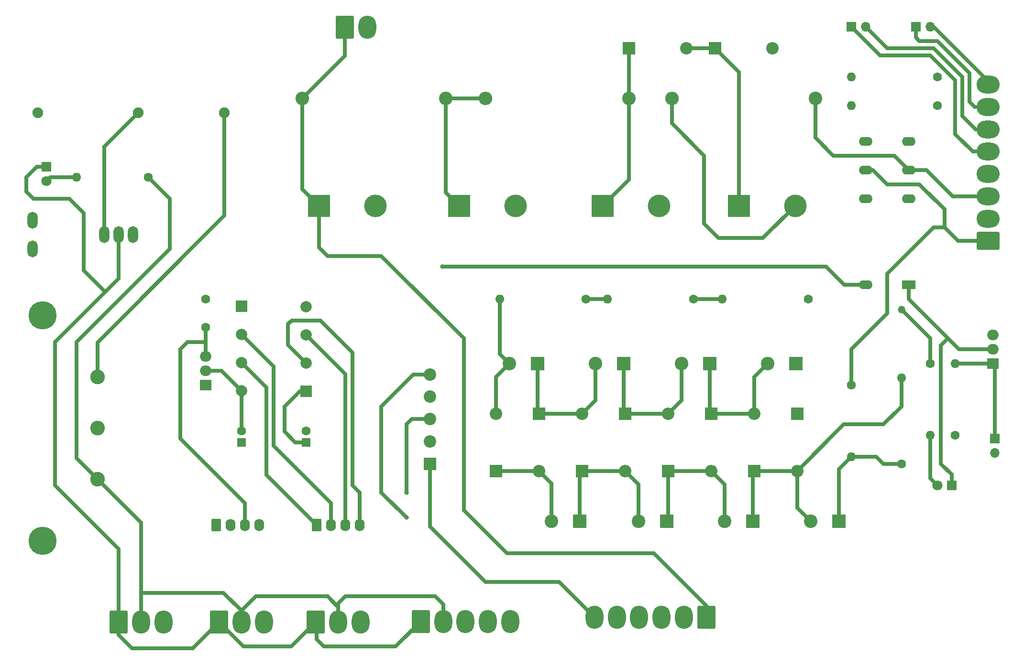
<source format=gbr>
%TF.GenerationSoftware,KiCad,Pcbnew,6.0.11-2627ca5db0~126~ubuntu22.04.1*%
%TF.CreationDate,2023-02-11T20:38:48-05:00*%
%TF.ProjectId,psu,7073752e-6b69-4636-9164-5f7063625858,rev?*%
%TF.SameCoordinates,Original*%
%TF.FileFunction,Copper,L1,Top*%
%TF.FilePolarity,Positive*%
%FSLAX46Y46*%
G04 Gerber Fmt 4.6, Leading zero omitted, Abs format (unit mm)*
G04 Created by KiCad (PCBNEW 6.0.11-2627ca5db0~126~ubuntu22.04.1) date 2023-02-11 20:38:48*
%MOMM*%
%LPD*%
G01*
G04 APERTURE LIST*
G04 Aperture macros list*
%AMRoundRect*
0 Rectangle with rounded corners*
0 $1 Rounding radius*
0 $2 $3 $4 $5 $6 $7 $8 $9 X,Y pos of 4 corners*
0 Add a 4 corners polygon primitive as box body*
4,1,4,$2,$3,$4,$5,$6,$7,$8,$9,$2,$3,0*
0 Add four circle primitives for the rounded corners*
1,1,$1+$1,$2,$3*
1,1,$1+$1,$4,$5*
1,1,$1+$1,$6,$7*
1,1,$1+$1,$8,$9*
0 Add four rect primitives between the rounded corners*
20,1,$1+$1,$2,$3,$4,$5,0*
20,1,$1+$1,$4,$5,$6,$7,0*
20,1,$1+$1,$6,$7,$8,$9,0*
20,1,$1+$1,$8,$9,$2,$3,0*%
G04 Aperture macros list end*
%TA.AperFunction,ComponentPad*%
%ADD10O,1.600000X1.600000*%
%TD*%
%TA.AperFunction,ComponentPad*%
%ADD11C,1.600000*%
%TD*%
%TA.AperFunction,ComponentPad*%
%ADD12R,1.800000X1.800000*%
%TD*%
%TA.AperFunction,ComponentPad*%
%ADD13C,1.800000*%
%TD*%
%TA.AperFunction,ComponentPad*%
%ADD14RoundRect,0.250000X-1.330000X-1.800000X1.330000X-1.800000X1.330000X1.800000X-1.330000X1.800000X0*%
%TD*%
%TA.AperFunction,ComponentPad*%
%ADD15O,3.160000X4.100000*%
%TD*%
%TA.AperFunction,ComponentPad*%
%ADD16R,2.400000X2.400000*%
%TD*%
%TA.AperFunction,ComponentPad*%
%ADD17C,2.400000*%
%TD*%
%TA.AperFunction,ComponentPad*%
%ADD18R,2.200000X2.200000*%
%TD*%
%TA.AperFunction,ComponentPad*%
%ADD19O,2.200000X2.200000*%
%TD*%
%TA.AperFunction,ComponentPad*%
%ADD20C,1.905000*%
%TD*%
%TA.AperFunction,ComponentPad*%
%ADD21R,2.000000X1.905000*%
%TD*%
%TA.AperFunction,ComponentPad*%
%ADD22O,2.000000X1.905000*%
%TD*%
%TA.AperFunction,ComponentPad*%
%ADD23R,2.000000X2.000000*%
%TD*%
%TA.AperFunction,ComponentPad*%
%ADD24C,2.000000*%
%TD*%
%TA.AperFunction,ComponentPad*%
%ADD25R,1.600000X1.600000*%
%TD*%
%TA.AperFunction,ComponentPad*%
%ADD26R,4.000000X4.000000*%
%TD*%
%TA.AperFunction,ComponentPad*%
%ADD27C,4.000000*%
%TD*%
%TA.AperFunction,ComponentPad*%
%ADD28O,2.400000X2.400000*%
%TD*%
%TA.AperFunction,ComponentPad*%
%ADD29RoundRect,0.250000X-0.620000X-0.845000X0.620000X-0.845000X0.620000X0.845000X-0.620000X0.845000X0*%
%TD*%
%TA.AperFunction,ComponentPad*%
%ADD30O,1.740000X2.190000*%
%TD*%
%TA.AperFunction,ComponentPad*%
%ADD31C,2.600000*%
%TD*%
%TA.AperFunction,ComponentPad*%
%ADD32C,5.000000*%
%TD*%
%TA.AperFunction,ComponentPad*%
%ADD33RoundRect,0.250000X1.800000X-1.330000X1.800000X1.330000X-1.800000X1.330000X-1.800000X-1.330000X0*%
%TD*%
%TA.AperFunction,ComponentPad*%
%ADD34O,4.100000X3.160000*%
%TD*%
%TA.AperFunction,ComponentPad*%
%ADD35RoundRect,0.250000X1.330000X1.800000X-1.330000X1.800000X-1.330000X-1.800000X1.330000X-1.800000X0*%
%TD*%
%TA.AperFunction,ComponentPad*%
%ADD36R,1.700000X1.700000*%
%TD*%
%TA.AperFunction,ComponentPad*%
%ADD37O,1.700000X1.700000*%
%TD*%
%TA.AperFunction,ComponentPad*%
%ADD38C,2.200000*%
%TD*%
%TA.AperFunction,ComponentPad*%
%ADD39R,2.400000X1.600000*%
%TD*%
%TA.AperFunction,ComponentPad*%
%ADD40O,2.400000X1.600000*%
%TD*%
%TA.AperFunction,ComponentPad*%
%ADD41O,1.800000X3.000000*%
%TD*%
%TA.AperFunction,ViaPad*%
%ADD42C,1.320800*%
%TD*%
%TA.AperFunction,ViaPad*%
%ADD43C,0.800000*%
%TD*%
%TA.AperFunction,Conductor*%
%ADD44C,0.635000*%
%TD*%
G04 APERTURE END LIST*
D10*
%TO.P,R13,2*%
%TO.N,Net-(D12-Pad2)*%
X187960000Y-101600000D03*
D11*
%TO.P,R13,1*%
%TO.N,+12V*%
X187960000Y-88900000D03*
%TD*%
D12*
%TO.P,D12,1,K*%
%TO.N,Net-(K1-Pad1)*%
X191775000Y-110490000D03*
D13*
%TO.P,D12,2,A*%
%TO.N,Net-(D12-Pad2)*%
X189235000Y-110490000D03*
%TD*%
D14*
%TO.P,J5,1,Pin_1*%
%TO.N,/SW_ACL*%
X44300000Y-134725000D03*
D15*
%TO.P,J5,2,Pin_2*%
%TO.N,/ACN*%
X48260000Y-134725000D03*
%TO.P,J5,3,Pin_3*%
%TO.N,GND*%
X52220000Y-134725000D03*
%TD*%
D14*
%TO.P,J3,1,Pin_1*%
%TO.N,/+360*%
X84380000Y-29315000D03*
D15*
%TO.P,J3,2,Pin_2*%
%TO.N,GND*%
X88340000Y-29315000D03*
%TD*%
D16*
%TO.P,C8,1*%
%TO.N,Net-(C6-Pad2)*%
X133680000Y-88900000D03*
D17*
%TO.P,C8,2*%
%TO.N,/S5*%
X128680000Y-88900000D03*
%TD*%
D18*
%TO.P,D2,1,K*%
%TO.N,Net-(C2-Pad1)*%
X149860000Y-33020000D03*
D19*
%TO.P,D2,2,A*%
%TO.N,GND*%
X160020000Y-33020000D03*
%TD*%
D14*
%TO.P,J8,1,Pin_1*%
%TO.N,/SW_ACL*%
X62080000Y-134725000D03*
D15*
%TO.P,J8,2,Pin_2*%
%TO.N,/ACN*%
X66040000Y-134725000D03*
%TO.P,J8,3,Pin_3*%
%TO.N,GND*%
X70000000Y-134725000D03*
%TD*%
D14*
%TO.P,J6,1,Pin_1*%
%TO.N,/SW_ACL*%
X97790000Y-134620000D03*
D15*
%TO.P,J6,2,Pin_2*%
%TO.N,/ACN*%
X101750000Y-134620000D03*
%TO.P,J6,3,Pin_3*%
%TO.N,unconnected-(J6-Pad3)*%
X105710000Y-134620000D03*
%TO.P,J6,4,Pin_4*%
%TO.N,unconnected-(J6-Pad4)*%
X109670000Y-134620000D03*
%TO.P,J6,5,Pin_5*%
%TO.N,GND*%
X113630000Y-134620000D03*
%TD*%
D11*
%TO.P,R6,1*%
%TO.N,Net-(C1-Pad1)*%
X182880000Y-106680000D03*
D10*
%TO.P,R6,2*%
%TO.N,Net-(C1-Pad2)*%
X182880000Y-91440000D03*
%TD*%
D20*
%TO.P,F1,1*%
%TO.N,Net-(F1-Pad1)*%
X63053750Y-44450000D03*
%TO.P,F1,2*%
%TO.N,Net-(F1-Pad2)*%
X47813750Y-44450000D03*
%TO.P,F1,3*%
%TO.N,N/C*%
X30033750Y-44450000D03*
%TD*%
D11*
%TO.P,R8,1*%
%TO.N,Net-(R7-Pad2)*%
X146050000Y-77470000D03*
D10*
%TO.P,R8,2*%
%TO.N,Net-(R8-Pad2)*%
X130810000Y-77470000D03*
%TD*%
D11*
%TO.P,R9,1*%
%TO.N,Net-(R8-Pad2)*%
X127000000Y-77470000D03*
D10*
%TO.P,R9,2*%
%TO.N,/S7*%
X111760000Y-77470000D03*
%TD*%
D16*
%TO.P,C5,1*%
%TO.N,Net-(C1-Pad2)*%
X156540000Y-116840000D03*
D17*
%TO.P,C5,2*%
%TO.N,Net-(C5-Pad2)*%
X151540000Y-116840000D03*
%TD*%
D11*
%TO.P,R3,1*%
%TO.N,/ACN*%
X49530000Y-55880000D03*
D10*
%TO.P,R3,2*%
%TO.N,Net-(NE1-Pad2)*%
X36830000Y-55880000D03*
%TD*%
D21*
%TO.P,U1,1,GND*%
%TO.N,GND*%
X59690000Y-92710000D03*
D22*
%TO.P,U1,2,VI*%
%TO.N,Net-(C11-Pad2)*%
X59690000Y-90170000D03*
%TO.P,U1,3,VO*%
%TO.N,-5V*%
X59690000Y-87630000D03*
%TD*%
D23*
%TO.P,D14,1,+*%
%TO.N,+12V*%
X77487500Y-93817500D03*
D24*
%TO.P,D14,2*%
%TO.N,Net-(D14-Pad2)*%
X77487500Y-88817500D03*
%TO.P,D14,3*%
%TO.N,Net-(D14-Pad3)*%
X77487500Y-83817500D03*
%TO.P,D14,4,-*%
%TO.N,GND*%
X77487500Y-78817500D03*
%TD*%
D25*
%TO.P,C11,1*%
%TO.N,GND*%
X66040000Y-102870000D03*
D11*
%TO.P,C11,2*%
%TO.N,Net-(C11-Pad2)*%
X66040000Y-100870000D03*
%TD*%
D16*
%TO.P,C10,1*%
%TO.N,/S5*%
X118440000Y-88900000D03*
D17*
%TO.P,C10,2*%
%TO.N,/S7*%
X113440000Y-88900000D03*
%TD*%
D14*
%TO.P,J13,1,Pin_1*%
%TO.N,/SW_ACL*%
X79225000Y-134725000D03*
D15*
%TO.P,J13,2,Pin_2*%
%TO.N,/ACN*%
X83185000Y-134725000D03*
%TO.P,J13,3,Pin_3*%
%TO.N,GND*%
X87145000Y-134725000D03*
%TD*%
D11*
%TO.P,C12,1*%
%TO.N,GND*%
X59690000Y-77510000D03*
%TO.P,C12,2*%
%TO.N,-5V*%
X59690000Y-82510000D03*
%TD*%
D18*
%TO.P,D3,1,K*%
%TO.N,Net-(C1-Pad2)*%
X156784785Y-107950000D03*
D19*
%TO.P,D3,2,A*%
%TO.N,Net-(C3-Pad2)*%
X156784785Y-97790000D03*
%TD*%
D26*
%TO.P,C14,1*%
%TO.N,Net-(C14-Pad1)*%
X104562169Y-60960000D03*
D27*
%TO.P,C14,2*%
%TO.N,GND*%
X114562169Y-60960000D03*
%TD*%
D18*
%TO.P,D10,1,K*%
%TO.N,/S6*%
X111064785Y-107950000D03*
D19*
%TO.P,D10,2,A*%
%TO.N,/S7*%
X111064785Y-97790000D03*
%TD*%
D11*
%TO.P,R11,1*%
%TO.N,GND*%
X189230000Y-43180000D03*
D10*
%TO.P,R11,2*%
%TO.N,Net-(K1-Pad16)*%
X173990000Y-43180000D03*
%TD*%
D18*
%TO.P,D6,1,K*%
%TO.N,Net-(C5-Pad2)*%
X141544785Y-107950000D03*
D19*
%TO.P,D6,2,A*%
%TO.N,Net-(C6-Pad2)*%
X141544785Y-97790000D03*
%TD*%
D18*
%TO.P,D1,1,K*%
%TO.N,GND*%
X164404785Y-97790000D03*
D19*
%TO.P,D1,2,A*%
%TO.N,Net-(C1-Pad2)*%
X164404785Y-107950000D03*
%TD*%
D11*
%TO.P,R10,1*%
%TO.N,GND*%
X189230000Y-38100000D03*
D10*
%TO.P,R10,2*%
%TO.N,Net-(K1-Pad7)*%
X173990000Y-38100000D03*
%TD*%
D17*
%TO.P,R4,1*%
%TO.N,Net-(C4-Pad1)*%
X134620000Y-41910000D03*
D28*
%TO.P,R4,2*%
%TO.N,Net-(C14-Pad1)*%
X109220000Y-41910000D03*
%TD*%
D29*
%TO.P,J9,1,Pin_1*%
%TO.N,+12V*%
X61595000Y-117495000D03*
D30*
%TO.P,J9,2,Pin_2*%
%TO.N,GND*%
X64135000Y-117495000D03*
%TO.P,J9,3,Pin_3*%
%TO.N,-5V*%
X66675000Y-117495000D03*
%TO.P,J9,4,Pin_4*%
%TO.N,GND*%
X69215000Y-117495000D03*
%TD*%
D21*
%TO.P,Q1,1,G*%
%TO.N,Net-(J15-Pad1)*%
X199065000Y-88900000D03*
D22*
%TO.P,Q1,2,D*%
%TO.N,Net-(K1-Pad1)*%
X199065000Y-86360000D03*
%TO.P,Q1,3,S*%
%TO.N,GND*%
X199065000Y-83820000D03*
%TD*%
D18*
%TO.P,D5,1,K*%
%TO.N,Net-(C3-Pad2)*%
X149164785Y-97790000D03*
D19*
%TO.P,D5,2,A*%
%TO.N,Net-(C5-Pad2)*%
X149164785Y-107950000D03*
%TD*%
D11*
%TO.P,R7,1*%
%TO.N,GND*%
X166370000Y-77470000D03*
D10*
%TO.P,R7,2*%
%TO.N,Net-(R7-Pad2)*%
X151130000Y-77470000D03*
%TD*%
D26*
%TO.P,C4,1*%
%TO.N,Net-(C4-Pad1)*%
X129962169Y-60960000D03*
D27*
%TO.P,C4,2*%
%TO.N,GND*%
X139962169Y-60960000D03*
%TD*%
D31*
%TO.P,J2,1,Pin_1*%
%TO.N,Net-(F1-Pad1)*%
X40560000Y-91280000D03*
%TO.P,J2,2,Pin_2*%
%TO.N,GND*%
X40560000Y-100330000D03*
%TO.P,J2,3,Pin_3*%
%TO.N,/ACN*%
X40560000Y-109380000D03*
D32*
%TO.P,J2,4,Pin_4*%
%TO.N,GND*%
X30860000Y-80330000D03*
%TO.P,J2,5,Pin_5*%
X30860000Y-120330000D03*
%TD*%
D12*
%TO.P,NE1,1*%
%TO.N,/SW_ACL*%
X31525000Y-53995000D03*
D13*
%TO.P,NE1,2*%
%TO.N,Net-(NE1-Pad2)*%
X31525000Y-56535000D03*
%TD*%
D11*
%TO.P,R12,1*%
%TO.N,GND*%
X192405000Y-101600000D03*
D10*
%TO.P,R12,2*%
%TO.N,Net-(J15-Pad1)*%
X192405000Y-88900000D03*
%TD*%
D16*
%TO.P,C3,1*%
%TO.N,GND*%
X164160000Y-88900000D03*
D17*
%TO.P,C3,2*%
%TO.N,Net-(C3-Pad2)*%
X159160000Y-88900000D03*
%TD*%
%TO.P,R2,1*%
%TO.N,/175_2A*%
X167640000Y-41910000D03*
D28*
%TO.P,R2,2*%
%TO.N,Net-(C2-Pad2)*%
X142240000Y-41910000D03*
%TD*%
D33*
%TO.P,J7,1,Pin_1*%
%TO.N,/175_1A*%
X198225000Y-67200000D03*
D34*
%TO.P,J7,2,Pin_2*%
%TO.N,GND*%
X198225000Y-63240000D03*
%TO.P,J7,3,Pin_3*%
%TO.N,/175_2A*%
X198225000Y-59280000D03*
%TO.P,J7,4,Pin_4*%
%TO.N,GND*%
X198225000Y-55320000D03*
%TO.P,J7,5,Pin_5*%
%TO.N,/6.3_1A*%
X198225000Y-51360000D03*
%TO.P,J7,6,Pin_6*%
%TO.N,/6.3_1B*%
X198225000Y-47400000D03*
%TO.P,J7,7,Pin_7*%
%TO.N,/6.3_2A*%
X198225000Y-43440000D03*
%TO.P,J7,8,Pin_8*%
%TO.N,/6.3_2B*%
X198225000Y-39480000D03*
%TD*%
D16*
%TO.P,C6,1*%
%TO.N,Net-(C3-Pad2)*%
X148920000Y-88900000D03*
D17*
%TO.P,C6,2*%
%TO.N,Net-(C6-Pad2)*%
X143920000Y-88900000D03*
%TD*%
%TO.P,R5,1*%
%TO.N,Net-(C14-Pad1)*%
X102235000Y-41910000D03*
D28*
%TO.P,R5,2*%
%TO.N,/+360*%
X76835000Y-41910000D03*
%TD*%
D16*
%TO.P,C9,1*%
%TO.N,/S4*%
X125915216Y-116840000D03*
D17*
%TO.P,C9,2*%
%TO.N,/S6*%
X120915216Y-116840000D03*
%TD*%
D25*
%TO.P,C13,1*%
%TO.N,+12V*%
X77470000Y-102870000D03*
D11*
%TO.P,C13,2*%
%TO.N,GND*%
X77470000Y-100870000D03*
%TD*%
D26*
%TO.P,C15,1*%
%TO.N,/+360*%
X79797169Y-60960000D03*
D27*
%TO.P,C15,2*%
%TO.N,GND*%
X89797169Y-60960000D03*
%TD*%
D29*
%TO.P,J10,1,Pin_1*%
%TO.N,Net-(D11-Pad3)*%
X79375000Y-117495000D03*
D30*
%TO.P,J10,2,Pin_2*%
%TO.N,Net-(D11-Pad2)*%
X81915000Y-117495000D03*
%TO.P,J10,3,Pin_3*%
%TO.N,Net-(D14-Pad3)*%
X84455000Y-117495000D03*
%TO.P,J10,4,Pin_4*%
%TO.N,Net-(D14-Pad2)*%
X86995000Y-117495000D03*
%TD*%
D35*
%TO.P,J4,1,Pin_1*%
%TO.N,/+360*%
X148330000Y-133880000D03*
D15*
%TO.P,J4,2,Pin_2*%
%TO.N,unconnected-(J4-Pad2)*%
X144370000Y-133880000D03*
%TO.P,J4,3,Pin_3*%
%TO.N,GND*%
X140410000Y-133880000D03*
%TO.P,J4,4,Pin_4*%
%TO.N,unconnected-(J4-Pad4)*%
X136450000Y-133880000D03*
%TO.P,J4,5,Pin_5*%
%TO.N,unconnected-(J4-Pad5)*%
X132490000Y-133880000D03*
%TO.P,J4,6,Pin_6*%
%TO.N,/-V_CRT*%
X128530000Y-133880000D03*
%TD*%
D36*
%TO.P,J1,1,Pin_1*%
%TO.N,/6.3_1A*%
X173990000Y-29210000D03*
D37*
%TO.P,J1,2,Pin_2*%
%TO.N,/6.3_1B*%
X176530000Y-29210000D03*
%TD*%
D26*
%TO.P,C2,1*%
%TO.N,Net-(C2-Pad1)*%
X154092169Y-60960000D03*
D27*
%TO.P,C2,2*%
%TO.N,Net-(C2-Pad2)*%
X164092169Y-60960000D03*
%TD*%
D16*
%TO.P,C7,1*%
%TO.N,Net-(C5-Pad2)*%
X141300000Y-116840000D03*
D17*
%TO.P,C7,2*%
%TO.N,/S4*%
X136300000Y-116840000D03*
%TD*%
D16*
%TO.P,C1,1*%
%TO.N,Net-(C1-Pad1)*%
X171780000Y-116840000D03*
D17*
%TO.P,C1,2*%
%TO.N,Net-(C1-Pad2)*%
X166780000Y-116840000D03*
%TD*%
D18*
%TO.P,J14,1,Pin_1*%
%TO.N,/-V_CRT*%
X99390000Y-106680000D03*
D38*
%TO.P,J14,2,Pin_2*%
%TO.N,/S7*%
X99390000Y-102720000D03*
%TO.P,J14,3,Pin_3*%
%TO.N,/S6*%
X99390000Y-98760000D03*
%TO.P,J14,4,Pin_4*%
%TO.N,/S5*%
X99390000Y-94800000D03*
%TO.P,J14,5,Pin_5*%
%TO.N,/S4*%
X99390000Y-90840000D03*
%TD*%
D39*
%TO.P,K1,1*%
%TO.N,Net-(K1-Pad1)*%
X184165000Y-74930000D03*
D40*
%TO.P,K1,7*%
%TO.N,Net-(K1-Pad7)*%
X184165000Y-59690000D03*
%TO.P,K1,9*%
%TO.N,/175_2A*%
X184165000Y-54610000D03*
%TO.P,K1,11*%
%TO.N,Net-(K1-Pad11)*%
X184165000Y-49530000D03*
%TO.P,K1,12*%
%TO.N,Net-(K1-Pad12)*%
X176545000Y-49530000D03*
%TO.P,K1,14*%
%TO.N,/175_1A*%
X176545000Y-54610000D03*
%TO.P,K1,16*%
%TO.N,Net-(K1-Pad16)*%
X176545000Y-59690000D03*
%TO.P,K1,22*%
%TO.N,+12V*%
X176545000Y-74930000D03*
%TD*%
D18*
%TO.P,D8,1,K*%
%TO.N,/S4*%
X126304785Y-107950000D03*
D19*
%TO.P,D8,2,A*%
%TO.N,/S5*%
X126304785Y-97790000D03*
%TD*%
D18*
%TO.P,D7,1,K*%
%TO.N,Net-(C6-Pad2)*%
X133924785Y-97790000D03*
D19*
%TO.P,D7,2,A*%
%TO.N,/S4*%
X133924785Y-107950000D03*
%TD*%
D18*
%TO.P,D9,1,K*%
%TO.N,/S5*%
X118684785Y-97790000D03*
D19*
%TO.P,D9,2,A*%
%TO.N,/S6*%
X118684785Y-107950000D03*
%TD*%
D11*
%TO.P,R1,1*%
%TO.N,/175_1A*%
X173990000Y-92710000D03*
D10*
%TO.P,R1,2*%
%TO.N,Net-(C1-Pad1)*%
X173990000Y-105410000D03*
%TD*%
D41*
%TO.P,SW1,1,A*%
%TO.N,Net-(F1-Pad2)*%
X41745000Y-66040000D03*
%TO.P,SW1,2,B*%
%TO.N,/SW_ACL*%
X44285000Y-66040000D03*
%TO.P,SW1,3*%
%TO.N,N/C*%
X46825000Y-66040000D03*
%TO.P,SW1,4*%
X29045000Y-63500000D03*
%TO.P,SW1,5*%
X29045000Y-68580000D03*
%TD*%
D36*
%TO.P,J12,1,Pin_1*%
%TO.N,/6.3_2A*%
X185420000Y-29210000D03*
D37*
%TO.P,J12,2,Pin_2*%
%TO.N,/6.3_2B*%
X187960000Y-29210000D03*
%TD*%
D18*
%TO.P,D4,1,K*%
%TO.N,Net-(C4-Pad1)*%
X134620000Y-33020000D03*
D19*
%TO.P,D4,2,A*%
%TO.N,Net-(C2-Pad1)*%
X144780000Y-33020000D03*
%TD*%
D23*
%TO.P,D11,1,+*%
%TO.N,GND*%
X66057500Y-78740000D03*
D24*
%TO.P,D11,2*%
%TO.N,Net-(D11-Pad2)*%
X66057500Y-83740000D03*
%TO.P,D11,3*%
%TO.N,Net-(D11-Pad3)*%
X66057500Y-88740000D03*
%TO.P,D11,4,-*%
%TO.N,Net-(C11-Pad2)*%
X66057500Y-93740000D03*
%TD*%
D36*
%TO.P,J15,1,Pin_1*%
%TO.N,Net-(J15-Pad1)*%
X199390000Y-102230000D03*
D37*
%TO.P,J15,2,Pin_2*%
%TO.N,GND*%
X199390000Y-104770000D03*
%TD*%
D42*
%TO.N,+12V*%
X182880000Y-79375000D03*
D43*
%TO.N,/S4*%
X95250000Y-116205000D03*
%TO.N,/S6*%
X95250000Y-111760000D03*
%TO.N,+12V*%
X101600000Y-71755000D03*
%TD*%
D44*
%TO.N,+12V*%
X187960000Y-84455000D02*
X182880000Y-79375000D01*
X187960000Y-88900000D02*
X187960000Y-84455000D01*
%TO.N,Net-(K1-Pad1)*%
X191775000Y-108590000D02*
X189865000Y-106680000D01*
X193040000Y-86360000D02*
X191135000Y-84455000D01*
X189865000Y-85725000D02*
X191135000Y-84455000D01*
X191775000Y-110490000D02*
X191775000Y-108590000D01*
X191135000Y-84455000D02*
X184165000Y-77485000D01*
X189865000Y-106680000D02*
X189865000Y-85725000D01*
%TO.N,Net-(D12-Pad2)*%
X187960000Y-101600000D02*
X187960000Y-109215000D01*
X187960000Y-109215000D02*
X189235000Y-110490000D01*
%TO.N,Net-(J15-Pad1)*%
X192405000Y-88900000D02*
X199065000Y-88900000D01*
%TO.N,Net-(C1-Pad1)*%
X171780000Y-116840000D02*
X171780000Y-107620000D01*
X178435000Y-105410000D02*
X179705000Y-106680000D01*
X179705000Y-106680000D02*
X182880000Y-106680000D01*
X171780000Y-107620000D02*
X173990000Y-105410000D01*
X173990000Y-105410000D02*
X178435000Y-105410000D01*
%TO.N,Net-(C1-Pad2)*%
X179705000Y-99695000D02*
X182880000Y-96520000D01*
X156784785Y-107950000D02*
X164404785Y-107950000D01*
X172659785Y-99695000D02*
X179705000Y-99695000D01*
X164404785Y-114464785D02*
X166780000Y-116840000D01*
X182880000Y-96520000D02*
X182880000Y-91440000D01*
X156540000Y-108194785D02*
X156784785Y-107950000D01*
X164404785Y-107950000D02*
X164404785Y-114464785D01*
X156540000Y-116840000D02*
X156540000Y-108194785D01*
X164404785Y-107950000D02*
X172659785Y-99695000D01*
%TO.N,Net-(C2-Pad1)*%
X154092169Y-60960000D02*
X154092169Y-37252169D01*
X154092169Y-37252169D02*
X149860000Y-33020000D01*
X149860000Y-33020000D02*
X144780000Y-33020000D01*
%TO.N,Net-(C2-Pad2)*%
X150495000Y-66675000D02*
X158377169Y-66675000D01*
X147955000Y-64135000D02*
X150495000Y-66675000D01*
X142240000Y-46355000D02*
X147955000Y-52070000D01*
X147955000Y-52070000D02*
X147955000Y-64135000D01*
X142240000Y-41910000D02*
X142240000Y-46355000D01*
X158377169Y-66675000D02*
X164092169Y-60960000D01*
%TO.N,Net-(C3-Pad2)*%
X156784785Y-97790000D02*
X156784785Y-91275215D01*
X148920000Y-88900000D02*
X148920000Y-97545215D01*
X149164785Y-97790000D02*
X156784785Y-97790000D01*
X156784785Y-91275215D02*
X159160000Y-88900000D01*
X148920000Y-97545215D02*
X149164785Y-97790000D01*
%TO.N,/+360*%
X84380000Y-34365000D02*
X76835000Y-41910000D01*
X76835000Y-57997831D02*
X79797169Y-60960000D01*
X148330000Y-133880000D02*
X148330000Y-131820000D01*
X81280000Y-69850000D02*
X79797169Y-68367169D01*
X76835000Y-41910000D02*
X76835000Y-57997831D01*
X148330000Y-131820000D02*
X139065000Y-122555000D01*
X105410000Y-84455000D02*
X90805000Y-69850000D01*
X105410000Y-114935000D02*
X105410000Y-84455000D01*
X84380000Y-29315000D02*
X84380000Y-34365000D01*
X113030000Y-122555000D02*
X105410000Y-114935000D01*
X79797169Y-68367169D02*
X79797169Y-60960000D01*
X90805000Y-69850000D02*
X81280000Y-69850000D01*
X139065000Y-122555000D02*
X113030000Y-122555000D01*
%TO.N,Net-(C5-Pad2)*%
X141544785Y-116595215D02*
X141300000Y-116840000D01*
X149164785Y-107950000D02*
X141544785Y-107950000D01*
X151540000Y-110325215D02*
X149164785Y-107950000D01*
X141544785Y-107950000D02*
X141544785Y-116595215D01*
X151540000Y-116840000D02*
X151540000Y-110325215D01*
%TO.N,Net-(C6-Pad2)*%
X143920000Y-95414785D02*
X141544785Y-97790000D01*
X133680000Y-88900000D02*
X133680000Y-97545215D01*
X143920000Y-88900000D02*
X143920000Y-95414785D01*
X133680000Y-97545215D02*
X133924785Y-97790000D01*
X133924785Y-97790000D02*
X141544785Y-97790000D01*
%TO.N,/S4*%
X125915216Y-108339569D02*
X126304785Y-107950000D01*
X125915216Y-116840000D02*
X125915216Y-108339569D01*
X136300000Y-110325215D02*
X133924785Y-107950000D01*
X126304785Y-107950000D02*
X133924785Y-107950000D01*
X96485000Y-90840000D02*
X90805000Y-96520000D01*
X99390000Y-90840000D02*
X96485000Y-90840000D01*
X90805000Y-111760000D02*
X95250000Y-116205000D01*
X90805000Y-96520000D02*
X90805000Y-111760000D01*
X136300000Y-116840000D02*
X136300000Y-110325215D01*
%TO.N,/S5*%
X128680000Y-88900000D02*
X128680000Y-95414785D01*
X118440000Y-97545215D02*
X118684785Y-97790000D01*
X128680000Y-95414785D02*
X126304785Y-97790000D01*
X118440000Y-88900000D02*
X118440000Y-97545215D01*
X118684785Y-97790000D02*
X126304785Y-97790000D01*
%TO.N,/S6*%
X111064785Y-107950000D02*
X118684785Y-107950000D01*
X120915216Y-110180431D02*
X118684785Y-107950000D01*
X99390000Y-98760000D02*
X96185000Y-98760000D01*
X95250000Y-99695000D02*
X95250000Y-111760000D01*
X96185000Y-98760000D02*
X95250000Y-99695000D01*
X120915216Y-116840000D02*
X120915216Y-110180431D01*
%TO.N,/S7*%
X111064785Y-97790000D02*
X111064785Y-91275215D01*
X111760000Y-77470000D02*
X111760000Y-87220000D01*
X111064785Y-91275215D02*
X113440000Y-88900000D01*
X111760000Y-87220000D02*
X113440000Y-88900000D01*
%TO.N,Net-(C11-Pad2)*%
X66040000Y-93757500D02*
X66057500Y-93740000D01*
X66040000Y-100870000D02*
X66040000Y-93757500D01*
X59690000Y-90170000D02*
X62487500Y-90170000D01*
X62487500Y-90170000D02*
X66057500Y-93740000D01*
%TO.N,/6.3_2A*%
X195840000Y-43440000D02*
X198225000Y-43440000D01*
X185420000Y-31115000D02*
X186055000Y-31750000D01*
X185420000Y-29210000D02*
X185420000Y-31115000D01*
X194945000Y-37465000D02*
X194945000Y-42545000D01*
X186055000Y-31750000D02*
X189230000Y-31750000D01*
X194945000Y-42545000D02*
X195840000Y-43440000D01*
X189230000Y-31750000D02*
X194945000Y-37465000D01*
%TO.N,/6.3_2B*%
X198225000Y-38840000D02*
X198225000Y-39480000D01*
X187960000Y-29210000D02*
X188595000Y-29210000D01*
X188595000Y-29210000D02*
X198225000Y-38840000D01*
%TO.N,Net-(F1-Pad1)*%
X40560000Y-91280000D02*
X40560000Y-85170000D01*
X63053750Y-62676250D02*
X63053750Y-44450000D01*
X40560000Y-85170000D02*
X63053750Y-62676250D01*
%TO.N,Net-(F1-Pad2)*%
X41745000Y-50518750D02*
X47813750Y-44450000D01*
X41745000Y-66040000D02*
X41745000Y-50518750D01*
%TO.N,/6.3_1A*%
X187960000Y-34290000D02*
X192405000Y-38735000D01*
X179070000Y-34290000D02*
X187960000Y-34290000D01*
X192405000Y-38735000D02*
X192405000Y-48260000D01*
X173990000Y-29210000D02*
X179070000Y-34290000D01*
X195505000Y-51360000D02*
X198225000Y-51360000D01*
X192405000Y-48260000D02*
X195505000Y-51360000D01*
%TO.N,/6.3_1B*%
X193675000Y-45085000D02*
X195990000Y-47400000D01*
X193675000Y-38100000D02*
X193675000Y-45085000D01*
X195990000Y-47400000D02*
X198225000Y-47400000D01*
X180340000Y-33020000D02*
X188595000Y-33020000D01*
X188595000Y-33020000D02*
X193675000Y-38100000D01*
X176530000Y-29210000D02*
X180340000Y-33020000D01*
%TO.N,/ACN*%
X83185000Y-134725000D02*
X83185000Y-131445000D01*
X66040000Y-132715000D02*
X68580000Y-130175000D01*
X40560000Y-109380000D02*
X36830000Y-105650000D01*
X53340000Y-68580000D02*
X53340000Y-59690000D01*
X48260000Y-129540000D02*
X48260000Y-134725000D01*
X66040000Y-134725000D02*
X66040000Y-132715000D01*
X36830000Y-85090000D02*
X53340000Y-68580000D01*
X62865000Y-129540000D02*
X48260000Y-129540000D01*
X66040000Y-132715000D02*
X62865000Y-129540000D01*
X101750000Y-131595000D02*
X101750000Y-134620000D01*
X83185000Y-132080000D02*
X83185000Y-134725000D01*
X84455000Y-130175000D02*
X100330000Y-130175000D01*
X53340000Y-59690000D02*
X49530000Y-55880000D01*
X100330000Y-130175000D02*
X101750000Y-131595000D01*
X40560000Y-109380000D02*
X48260000Y-117080000D01*
X81280000Y-130175000D02*
X83185000Y-132080000D01*
X48260000Y-117080000D02*
X48260000Y-129540000D01*
X36830000Y-105650000D02*
X36830000Y-85090000D01*
X68580000Y-130175000D02*
X81280000Y-130175000D01*
X83185000Y-131445000D02*
X84455000Y-130175000D01*
%TO.N,/SW_ACL*%
X44300000Y-134725000D02*
X44300000Y-121770000D01*
X79375000Y-134875000D02*
X79375000Y-137795000D01*
X44300000Y-137010000D02*
X46672500Y-139382500D01*
X44300000Y-134725000D02*
X44300000Y-137010000D01*
X57422500Y-139382500D02*
X62080000Y-134725000D01*
X27940000Y-58420000D02*
X29210000Y-59690000D01*
X80645000Y-139065000D02*
X93345000Y-139065000D01*
X33020000Y-85090000D02*
X41910000Y-76200000D01*
X38100000Y-62230000D02*
X38100000Y-72390000D01*
X33020000Y-110490000D02*
X33020000Y-85090000D01*
X31525000Y-53995000D02*
X29825000Y-53995000D01*
X29210000Y-59690000D02*
X35560000Y-59690000D01*
X93345000Y-139065000D02*
X97790000Y-134620000D01*
X27940000Y-55880000D02*
X27940000Y-58420000D01*
X46672500Y-139382500D02*
X57422500Y-139382500D01*
X38100000Y-72390000D02*
X41910000Y-76200000D01*
X44285000Y-73825000D02*
X44285000Y-66040000D01*
X35560000Y-59690000D02*
X38100000Y-62230000D01*
X74885000Y-139065000D02*
X79225000Y-134725000D01*
X41910000Y-76200000D02*
X44285000Y-73825000D01*
X66420000Y-139065000D02*
X74885000Y-139065000D01*
X29825000Y-53995000D02*
X27940000Y-55880000D01*
X44300000Y-121770000D02*
X33020000Y-110490000D01*
X62080000Y-134725000D02*
X66420000Y-139065000D01*
X79375000Y-137795000D02*
X80645000Y-139065000D01*
X79225000Y-134725000D02*
X79375000Y-134875000D01*
%TO.N,/175_1A*%
X180340000Y-73025000D02*
X188595000Y-64770000D01*
X173990000Y-86360000D02*
X180340000Y-80010000D01*
X176545000Y-54610000D02*
X177800000Y-54610000D01*
X173990000Y-92710000D02*
X173990000Y-86360000D01*
X192930000Y-67200000D02*
X198225000Y-67200000D01*
X190500000Y-64770000D02*
X192930000Y-67200000D01*
X188595000Y-64770000D02*
X190500000Y-64770000D01*
X177800000Y-54610000D02*
X180340000Y-57150000D01*
X180340000Y-57150000D02*
X186055000Y-57150000D01*
X186055000Y-57150000D02*
X190500000Y-61595000D01*
X180340000Y-80010000D02*
X180340000Y-73025000D01*
X190500000Y-61595000D02*
X190500000Y-64770000D01*
%TO.N,/175_2A*%
X184165000Y-54610000D02*
X184150000Y-54610000D01*
X191995000Y-59280000D02*
X198225000Y-59280000D01*
X184150000Y-54610000D02*
X181610000Y-52070000D01*
X181610000Y-52070000D02*
X170815000Y-52070000D01*
X187325000Y-54610000D02*
X191995000Y-59280000D01*
X184165000Y-54610000D02*
X187325000Y-54610000D01*
X167640000Y-48895000D02*
X167640000Y-41910000D01*
X170815000Y-52070000D02*
X167640000Y-48895000D01*
%TO.N,Net-(NE1-Pad2)*%
X36830000Y-55880000D02*
X32180000Y-55880000D01*
X32180000Y-55880000D02*
X31525000Y-56535000D01*
%TO.N,Net-(C4-Pad1)*%
X134620000Y-33020000D02*
X134620000Y-41910000D01*
X134620000Y-41910000D02*
X134620000Y-56302169D01*
X134620000Y-56302169D02*
X129962169Y-60960000D01*
%TO.N,-5V*%
X55245000Y-86360000D02*
X56515000Y-85090000D01*
X56515000Y-85090000D02*
X59690000Y-85090000D01*
X59690000Y-85090000D02*
X59690000Y-82510000D01*
X66675000Y-117495000D02*
X66675000Y-113665000D01*
X55245000Y-102235000D02*
X55245000Y-86360000D01*
X59690000Y-87630000D02*
X59690000Y-85090000D01*
X66675000Y-113665000D02*
X55245000Y-102235000D01*
%TO.N,+12V*%
X77470000Y-102870000D02*
X75565000Y-102870000D01*
X76362500Y-93817500D02*
X77487500Y-93817500D01*
X172720000Y-74930000D02*
X176545000Y-74930000D01*
X169545000Y-71755000D02*
X172720000Y-74930000D01*
X73660000Y-100965000D02*
X73660000Y-96520000D01*
X75565000Y-102870000D02*
X73660000Y-100965000D01*
X73660000Y-96520000D02*
X76362500Y-93817500D01*
X101600000Y-71755000D02*
X169545000Y-71755000D01*
%TO.N,Net-(C14-Pad1)*%
X102235000Y-41910000D02*
X102235000Y-58632831D01*
X102235000Y-58632831D02*
X104562169Y-60960000D01*
X102235000Y-41910000D02*
X109220000Y-41910000D01*
%TO.N,Net-(D11-Pad3)*%
X70485000Y-108605000D02*
X79375000Y-117495000D01*
X70485000Y-93167500D02*
X70485000Y-108605000D01*
X66057500Y-88740000D02*
X70485000Y-93167500D01*
%TO.N,Net-(D14-Pad3)*%
X77487500Y-83817500D02*
X84455000Y-90785000D01*
X84455000Y-90785000D02*
X84455000Y-117495000D01*
%TO.N,Net-(D11-Pad2)*%
X71755000Y-89437500D02*
X71755000Y-103505000D01*
X71755000Y-103505000D02*
X81915000Y-113665000D01*
X81915000Y-113665000D02*
X81915000Y-117495000D01*
X66057500Y-83740000D02*
X71755000Y-89437500D01*
%TO.N,Net-(D14-Pad2)*%
X86995000Y-111760000D02*
X86995000Y-117495000D01*
X74295000Y-85625000D02*
X74295000Y-81915000D01*
X85725000Y-110490000D02*
X86995000Y-111760000D01*
X74930000Y-81280000D02*
X80010000Y-81280000D01*
X80010000Y-81280000D02*
X85725000Y-86995000D01*
X77487500Y-88817500D02*
X74295000Y-85625000D01*
X85725000Y-86995000D02*
X85725000Y-110490000D01*
X74295000Y-81915000D02*
X74930000Y-81280000D01*
%TO.N,/-V_CRT*%
X109220000Y-127635000D02*
X122285000Y-127635000D01*
X99390000Y-117805000D02*
X109220000Y-127635000D01*
X99390000Y-106680000D02*
X99390000Y-117805000D01*
X122285000Y-127635000D02*
X128530000Y-133880000D01*
%TO.N,Net-(R7-Pad2)*%
X146050000Y-77470000D02*
X151130000Y-77470000D01*
%TO.N,Net-(R8-Pad2)*%
X127000000Y-77470000D02*
X130810000Y-77470000D01*
%TO.N,Net-(J15-Pad1)*%
X199390000Y-102230000D02*
X199390000Y-89225000D01*
X199390000Y-89225000D02*
X199065000Y-88900000D01*
%TO.N,Net-(K1-Pad1)*%
X199065000Y-86360000D02*
X193040000Y-86360000D01*
X184165000Y-77485000D02*
X184165000Y-74930000D01*
%TD*%
M02*

</source>
